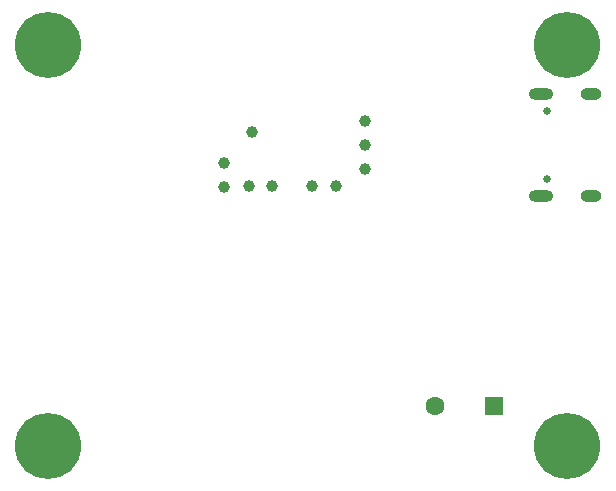
<source format=gbr>
%TF.GenerationSoftware,KiCad,Pcbnew,9.0.5*%
%TF.CreationDate,2025-11-01T17:51:25+01:00*%
%TF.ProjectId,TechBird_SmartTemp,54656368-4269-4726-945f-536d61727454,rev?*%
%TF.SameCoordinates,Original*%
%TF.FileFunction,Soldermask,Bot*%
%TF.FilePolarity,Negative*%
%FSLAX46Y46*%
G04 Gerber Fmt 4.6, Leading zero omitted, Abs format (unit mm)*
G04 Created by KiCad (PCBNEW 9.0.5) date 2025-11-01 17:51:25*
%MOMM*%
%LPD*%
G01*
G04 APERTURE LIST*
G04 Aperture macros list*
%AMRoundRect*
0 Rectangle with rounded corners*
0 $1 Rounding radius*
0 $2 $3 $4 $5 $6 $7 $8 $9 X,Y pos of 4 corners*
0 Add a 4 corners polygon primitive as box body*
4,1,4,$2,$3,$4,$5,$6,$7,$8,$9,$2,$3,0*
0 Add four circle primitives for the rounded corners*
1,1,$1+$1,$2,$3*
1,1,$1+$1,$4,$5*
1,1,$1+$1,$6,$7*
1,1,$1+$1,$8,$9*
0 Add four rect primitives between the rounded corners*
20,1,$1+$1,$2,$3,$4,$5,0*
20,1,$1+$1,$4,$5,$6,$7,0*
20,1,$1+$1,$6,$7,$8,$9,0*
20,1,$1+$1,$8,$9,$2,$3,0*%
G04 Aperture macros list end*
%ADD10C,5.600000*%
%ADD11RoundRect,0.250000X0.550000X0.550000X-0.550000X0.550000X-0.550000X-0.550000X0.550000X-0.550000X0*%
%ADD12C,1.600000*%
%ADD13C,0.650000*%
%ADD14O,2.100000X1.000000*%
%ADD15O,1.800000X1.000000*%
%ADD16C,1.000000*%
G04 APERTURE END LIST*
D10*
%TO.C,H3*%
X136000000Y-60000000D03*
%TD*%
%TO.C,H2*%
X92000000Y-94000000D03*
%TD*%
D11*
%TO.C,C15*%
X129758934Y-90600000D03*
D12*
X124758934Y-90600000D03*
%TD*%
D13*
%TO.C,J1*%
X134295000Y-71390000D03*
X134295000Y-65610000D03*
D14*
X133775000Y-72820000D03*
D15*
X137975000Y-72820000D03*
D14*
X133775000Y-64180000D03*
D15*
X137975000Y-64180000D03*
%TD*%
D10*
%TO.C,H4*%
X136000000Y-94000000D03*
%TD*%
%TO.C,H1*%
X92000000Y-60000000D03*
%TD*%
D16*
%TO.C,TP9*%
X116380000Y-71970000D03*
%TD*%
%TO.C,TP2*%
X118900000Y-68500000D03*
%TD*%
%TO.C,TP6*%
X109260000Y-67420000D03*
%TD*%
%TO.C,TP11*%
X118900000Y-70500000D03*
%TD*%
%TO.C,TP1*%
X118900000Y-66500000D03*
%TD*%
%TO.C,TP8*%
X106930000Y-70050000D03*
%TD*%
%TO.C,TP10*%
X106940000Y-72050000D03*
%TD*%
%TO.C,TP5*%
X111020000Y-71960000D03*
%TD*%
%TO.C,TP4*%
X109020000Y-71960000D03*
%TD*%
%TO.C,TP7*%
X114380000Y-71970000D03*
%TD*%
M02*

</source>
